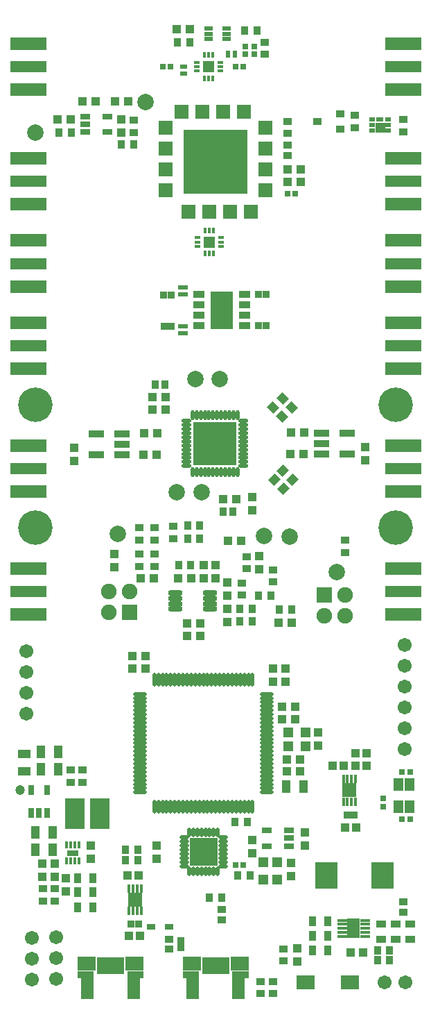
<source format=gts>
G04 Layer_Color=8388736*
%FSLAX44Y44*%
%MOMM*%
G71*
G01*
G75*
%ADD75R,2.7900X4.5700*%
%ADD104R,4.4032X1.5532*%
%ADD105R,4.4032X1.4732*%
%ADD106R,1.1032X1.1032*%
%ADD107R,1.1032X1.0032*%
%ADD108R,1.0032X1.1032*%
%ADD109R,0.8032X0.7532*%
%ADD110R,1.1532X1.5532*%
%ADD111R,0.7532X0.8032*%
%ADD112O,0.4532X1.1532*%
%ADD113O,1.1532X0.4532*%
%ADD114R,3.5032X3.5032*%
%ADD115R,0.9032X1.1032*%
%ADD116R,1.1532X1.2032*%
%ADD117R,2.7032X3.3032*%
%ADD118R,1.0832X0.9732*%
%ADD119R,1.1032X0.7032*%
%ADD120R,1.8032X1.6932*%
%ADD121R,0.4532X1.1032*%
%ADD122R,1.4032X0.8032*%
%ADD123R,0.4532X0.9532*%
%ADD124R,0.8032X1.2032*%
%ADD125C,1.2032*%
%ADD126R,1.1032X0.9032*%
%ADD127R,2.4532X3.8032*%
%ADD128R,1.3032X0.9032*%
%ADD129R,0.9032X1.3032*%
%ADD130R,0.8632X0.8232*%
%ADD131R,1.1032X1.6032*%
%ADD132R,1.2032X0.8032*%
%ADD133R,1.8532X0.9632*%
%ADD134R,0.8032X0.7032*%
%ADD135R,0.7032X0.8032*%
%ADD136R,0.8232X0.8632*%
G04:AMPARAMS|DCode=137|XSize=1.1032mm|YSize=1.0032mm|CornerRadius=0mm|HoleSize=0mm|Usage=FLASHONLY|Rotation=315.000|XOffset=0mm|YOffset=0mm|HoleType=Round|Shape=Rectangle|*
%AMROTATEDRECTD137*
4,1,4,-0.7447,0.0353,-0.0353,0.7447,0.7447,-0.0353,0.0353,-0.7447,-0.7447,0.0353,0.0*
%
%ADD137ROTATEDRECTD137*%

G04:AMPARAMS|DCode=138|XSize=1.1032mm|YSize=1.0032mm|CornerRadius=0mm|HoleSize=0mm|Usage=FLASHONLY|Rotation=225.000|XOffset=0mm|YOffset=0mm|HoleType=Round|Shape=Rectangle|*
%AMROTATEDRECTD138*
4,1,4,0.0353,0.7447,0.7447,0.0353,-0.0353,-0.7447,-0.7447,-0.0353,0.0353,0.7447,0.0*
%
%ADD138ROTATEDRECTD138*%

%ADD139R,0.9732X1.0832*%
%ADD140R,0.8632X0.5632*%
%ADD141R,0.5632X0.8632*%
%ADD142R,1.2232X0.5632*%
%ADD143R,0.9532X0.5032*%
%ADD144R,1.1532X1.1532*%
%ADD145R,0.6532X0.5032*%
%ADD146R,1.1032X0.8532*%
%ADD147O,1.8032X0.6532*%
%ADD148R,1.4532X1.4532*%
%ADD149R,0.7132X0.4532*%
%ADD150R,0.4532X0.7132*%
%ADD151R,1.1032X0.6032*%
%ADD152R,1.4532X1.4532*%
%ADD153O,1.2032X0.4532*%
%ADD154R,5.2832X5.2832*%
%ADD155O,0.4532X1.2032*%
%ADD156R,1.6432X2.3532*%
%ADD157R,1.1532X0.4532*%
%ADD158O,1.6532X0.5032*%
%ADD159O,0.5032X1.6532*%
%ADD160R,1.6032X1.1032*%
%ADD161R,2.2032X1.6532*%
%ADD162R,0.6532X2.0032*%
%ADD163R,1.5032X3.4532*%
%ADD164R,0.7532X0.9032*%
%ADD165R,2.2032X1.8032*%
%ADD166R,1.2032X1.1532*%
%ADD167R,1.4732X0.9632*%
%ADD168R,7.8232X7.8232*%
%ADD169R,1.7232X1.7232*%
%ADD170R,1.7232X1.7232*%
%ADD171C,1.7032*%
%ADD172C,2.0032*%
%ADD173R,1.9032X1.9032*%
%ADD174C,1.9032*%
%ADD175O,1.0032X1.5032*%
%ADD176O,1.0032X1.4032*%
%ADD177C,4.2032*%
D75*
X257000Y843000D02*
D03*
D104*
X479000Y471750D02*
D03*
Y527750D02*
D03*
X21000Y928000D02*
D03*
Y872000D02*
D03*
X479000Y1112000D02*
D03*
Y1168000D02*
D03*
X21000Y1028000D02*
D03*
Y972000D02*
D03*
X479000Y772000D02*
D03*
Y828000D02*
D03*
Y972000D02*
D03*
Y1028000D02*
D03*
X21000Y828000D02*
D03*
Y772000D02*
D03*
Y678000D02*
D03*
Y622000D02*
D03*
Y528000D02*
D03*
Y472000D02*
D03*
Y1168000D02*
D03*
Y1112000D02*
D03*
X479000Y872000D02*
D03*
Y928000D02*
D03*
Y622000D02*
D03*
Y678000D02*
D03*
D105*
Y499750D02*
D03*
X21000Y900000D02*
D03*
X479000Y1140000D02*
D03*
X21000Y1000000D02*
D03*
X479000Y800000D02*
D03*
Y1000000D02*
D03*
X21000Y800000D02*
D03*
Y650000D02*
D03*
Y500000D02*
D03*
Y1140000D02*
D03*
X479000Y900000D02*
D03*
Y650000D02*
D03*
D106*
X434250Y287500D02*
D03*
X420750D02*
D03*
X434250Y302500D02*
D03*
X420750D02*
D03*
X406750Y287500D02*
D03*
X393250D02*
D03*
X144250Y80000D02*
D03*
X157750D02*
D03*
X142250Y154000D02*
D03*
X155750D02*
D03*
X408250Y212500D02*
D03*
X421750D02*
D03*
D107*
X335000Y406000D02*
D03*
Y390000D02*
D03*
X320000Y390000D02*
D03*
Y406000D02*
D03*
X359000Y206000D02*
D03*
Y190000D02*
D03*
X295000Y181000D02*
D03*
Y197000D02*
D03*
X342000Y169000D02*
D03*
Y153000D02*
D03*
X97250Y190000D02*
D03*
Y174000D02*
D03*
X67250Y150000D02*
D03*
Y134000D02*
D03*
X38250Y168000D02*
D03*
Y152000D02*
D03*
X135000Y1059500D02*
D03*
Y1075500D02*
D03*
X264500Y495150D02*
D03*
Y511150D02*
D03*
X303000Y527000D02*
D03*
Y543000D02*
D03*
X264500Y478650D02*
D03*
Y462650D02*
D03*
X249500Y532150D02*
D03*
Y516150D02*
D03*
X235000Y532000D02*
D03*
Y516000D02*
D03*
X126000Y530000D02*
D03*
Y546000D02*
D03*
X77000Y659000D02*
D03*
Y675000D02*
D03*
X433000Y660000D02*
D03*
Y676000D02*
D03*
X295000Y615000D02*
D03*
Y599000D02*
D03*
X53250Y152000D02*
D03*
Y168000D02*
D03*
X350000Y65000D02*
D03*
Y49000D02*
D03*
X375000Y312000D02*
D03*
Y328000D02*
D03*
X178000Y174000D02*
D03*
Y190000D02*
D03*
D108*
X347000Y359000D02*
D03*
X331000D02*
D03*
X331000Y344000D02*
D03*
X347000D02*
D03*
X430500Y60000D02*
D03*
X414500D02*
D03*
X73000Y1076000D02*
D03*
X57000D02*
D03*
X215000Y461000D02*
D03*
X231000D02*
D03*
X265000Y562000D02*
D03*
X281000D02*
D03*
X215000Y446000D02*
D03*
X231000D02*
D03*
X343000Y462000D02*
D03*
X327000D02*
D03*
X204000Y515650D02*
D03*
X220000D02*
D03*
X174000Y516000D02*
D03*
X158000D02*
D03*
X354000Y1014890D02*
D03*
X338000D02*
D03*
X354000Y999890D02*
D03*
X338000D02*
D03*
X202000Y1186000D02*
D03*
X218000D02*
D03*
X127000Y1097500D02*
D03*
X143000D02*
D03*
X103000Y1097500D02*
D03*
X87000D02*
D03*
X162850Y692700D02*
D03*
X178850D02*
D03*
X161850Y666700D02*
D03*
X177850D02*
D03*
X357850Y693700D02*
D03*
X341850D02*
D03*
X356850Y667700D02*
D03*
X340850D02*
D03*
X172525Y737025D02*
D03*
X188525D02*
D03*
X172525Y722025D02*
D03*
X188525D02*
D03*
X258850Y612700D02*
D03*
X274850D02*
D03*
X337000Y295000D02*
D03*
X353000D02*
D03*
X353000Y281000D02*
D03*
X337000D02*
D03*
X148000Y406000D02*
D03*
X164000D02*
D03*
X148000Y421000D02*
D03*
X164000D02*
D03*
D109*
X477750Y280000D02*
D03*
X487250D02*
D03*
X477750Y222500D02*
D03*
X487250D02*
D03*
X274250Y166000D02*
D03*
X283750D02*
D03*
D110*
X472925Y264500D02*
D03*
X487075D02*
D03*
X472925Y237500D02*
D03*
X487075D02*
D03*
D111*
X455000Y247250D02*
D03*
Y237750D02*
D03*
D112*
X252500Y206250D02*
D03*
X247500D02*
D03*
X242500D02*
D03*
X237500D02*
D03*
X232500D02*
D03*
X227500D02*
D03*
X222500D02*
D03*
X217500D02*
D03*
Y158750D02*
D03*
X222500D02*
D03*
X227500D02*
D03*
X232500D02*
D03*
X237500D02*
D03*
X242500D02*
D03*
X247500D02*
D03*
X252500D02*
D03*
D113*
X211250Y200000D02*
D03*
Y195000D02*
D03*
Y190000D02*
D03*
Y185000D02*
D03*
Y180000D02*
D03*
Y175000D02*
D03*
Y170000D02*
D03*
Y165000D02*
D03*
X258750D02*
D03*
Y170000D02*
D03*
Y175000D02*
D03*
Y180000D02*
D03*
Y185000D02*
D03*
Y190000D02*
D03*
Y195000D02*
D03*
Y200000D02*
D03*
D114*
X235000Y182500D02*
D03*
D115*
X273500Y219000D02*
D03*
X288500D02*
D03*
X277000Y154000D02*
D03*
X292000D02*
D03*
X140000Y185000D02*
D03*
X155000D02*
D03*
X155000Y172500D02*
D03*
X140000D02*
D03*
X242500Y127000D02*
D03*
X257500D02*
D03*
X447500Y62500D02*
D03*
X462500D02*
D03*
X462500Y50000D02*
D03*
X447500D02*
D03*
X135000Y1045000D02*
D03*
X150000D02*
D03*
X73500Y1060000D02*
D03*
X58500D02*
D03*
X317500Y495000D02*
D03*
X302500D02*
D03*
X327500Y478000D02*
D03*
X342500D02*
D03*
X279500Y479000D02*
D03*
X294500D02*
D03*
X279500Y463150D02*
D03*
X294500D02*
D03*
X230500Y564000D02*
D03*
X215500D02*
D03*
X230500Y580000D02*
D03*
X215500D02*
D03*
X204500Y532000D02*
D03*
X219500D02*
D03*
X285500Y1184000D02*
D03*
X300500D02*
D03*
X203500Y1170000D02*
D03*
X218500D02*
D03*
D116*
X308500Y169500D02*
D03*
X325500D02*
D03*
X308500Y148500D02*
D03*
X325500D02*
D03*
D117*
X453500Y154000D02*
D03*
X385500D02*
D03*
D118*
X257000Y112150D02*
D03*
Y99850D02*
D03*
X479500Y121150D02*
D03*
Y108850D02*
D03*
X338000Y1031850D02*
D03*
Y1044150D02*
D03*
X193000Y63850D02*
D03*
Y76150D02*
D03*
D119*
X170750Y91000D02*
D03*
X193250D02*
D03*
D120*
X413500Y257500D02*
D03*
X151500Y124050D02*
D03*
D121*
X406000Y243550D02*
D03*
X411000D02*
D03*
X416000D02*
D03*
X421000D02*
D03*
X406000Y271450D02*
D03*
X411000D02*
D03*
X416000D02*
D03*
X421000D02*
D03*
X159000Y138000D02*
D03*
X154000D02*
D03*
X149000D02*
D03*
X144000D02*
D03*
X159000Y110100D02*
D03*
X154000D02*
D03*
X149000D02*
D03*
X144000D02*
D03*
D122*
X75250Y181000D02*
D03*
D123*
X82750Y190650D02*
D03*
X77750D02*
D03*
X72750D02*
D03*
X67750D02*
D03*
X82750Y171350D02*
D03*
X77750D02*
D03*
X72750D02*
D03*
X67750D02*
D03*
D124*
X24750Y257750D02*
D03*
X43750D02*
D03*
Y230250D02*
D03*
X34250D02*
D03*
X24750D02*
D03*
D125*
X11000Y258000D02*
D03*
D126*
X73000Y267500D02*
D03*
Y282500D02*
D03*
X39000Y122500D02*
D03*
Y137500D02*
D03*
X338000Y1073500D02*
D03*
Y1058500D02*
D03*
X310000Y1170000D02*
D03*
Y1155000D02*
D03*
X150000Y1075000D02*
D03*
Y1060000D02*
D03*
X288000Y542500D02*
D03*
Y527500D02*
D03*
X320000Y526500D02*
D03*
Y511500D02*
D03*
X282000Y495500D02*
D03*
Y510500D02*
D03*
X408000Y547500D02*
D03*
Y562500D02*
D03*
X198000Y564500D02*
D03*
Y579500D02*
D03*
X175000Y562500D02*
D03*
Y577500D02*
D03*
Y530500D02*
D03*
Y545500D02*
D03*
X157000Y562500D02*
D03*
Y577500D02*
D03*
Y530500D02*
D03*
Y545500D02*
D03*
X420000Y1065750D02*
D03*
Y1080750D02*
D03*
X479000Y1075500D02*
D03*
Y1060500D02*
D03*
X53000Y122500D02*
D03*
Y137500D02*
D03*
X87000Y282500D02*
D03*
Y267500D02*
D03*
X320000Y24500D02*
D03*
Y9500D02*
D03*
X305000Y9500D02*
D03*
Y24500D02*
D03*
X332689Y49174D02*
D03*
Y64174D02*
D03*
D127*
X77750Y229000D02*
D03*
X108250D02*
D03*
D128*
X470000Y75750D02*
D03*
Y94250D02*
D03*
X487500D02*
D03*
Y75750D02*
D03*
X452500D02*
D03*
Y94250D02*
D03*
D129*
X386750Y97500D02*
D03*
X368250D02*
D03*
Y62500D02*
D03*
X386750D02*
D03*
X81000Y150000D02*
D03*
X99500D02*
D03*
X81000Y115000D02*
D03*
X99500D02*
D03*
X368250Y80000D02*
D03*
X386750D02*
D03*
X99500Y133000D02*
D03*
X81000D02*
D03*
D130*
X419400Y227500D02*
D03*
X410600D02*
D03*
X146600Y94000D02*
D03*
X155400D02*
D03*
X311400Y824000D02*
D03*
X302600D02*
D03*
X195500Y823350D02*
D03*
X186700D02*
D03*
X311400Y862000D02*
D03*
X302600D02*
D03*
X195400Y861850D02*
D03*
X186600D02*
D03*
D131*
X57500Y283000D02*
D03*
X36500D02*
D03*
X57500Y304000D02*
D03*
X36500D02*
D03*
X50500Y206000D02*
D03*
X29500D02*
D03*
X50500Y185000D02*
D03*
X29500D02*
D03*
X357500Y262000D02*
D03*
X336500D02*
D03*
D132*
X90500Y1079500D02*
D03*
Y1070000D02*
D03*
Y1060500D02*
D03*
X117500D02*
D03*
Y1079500D02*
D03*
X339750Y189500D02*
D03*
Y199000D02*
D03*
Y208500D02*
D03*
X312250D02*
D03*
Y189500D02*
D03*
D133*
X378950Y693400D02*
D03*
Y680700D02*
D03*
Y668000D02*
D03*
X410750D02*
D03*
Y693400D02*
D03*
X103950Y667000D02*
D03*
Y692400D02*
D03*
X135750D02*
D03*
Y679700D02*
D03*
Y667000D02*
D03*
D134*
X347500Y985000D02*
D03*
X337500D02*
D03*
X185000Y1140000D02*
D03*
X195000D02*
D03*
X284000D02*
D03*
X274000D02*
D03*
D135*
X286000Y1165000D02*
D03*
Y1155000D02*
D03*
X297500Y1165000D02*
D03*
Y1155000D02*
D03*
D136*
X207500Y74400D02*
D03*
Y65600D02*
D03*
D137*
X331657Y735657D02*
D03*
X320343Y724343D02*
D03*
X342507Y724357D02*
D03*
X331193Y713043D02*
D03*
D138*
X343507Y636043D02*
D03*
X332193Y647357D02*
D03*
X332657Y625343D02*
D03*
X321343Y636657D02*
D03*
D139*
X175850Y752000D02*
D03*
X188150D02*
D03*
X271150Y597000D02*
D03*
X258850D02*
D03*
D140*
X211000Y1140000D02*
D03*
Y1131800D02*
D03*
D141*
X273100Y1155000D02*
D03*
X264900D02*
D03*
D142*
X210100Y823450D02*
D03*
Y815250D02*
D03*
Y862250D02*
D03*
Y870450D02*
D03*
D143*
X450050Y1075500D02*
D03*
D144*
X451000Y1065750D02*
D03*
D145*
X441250Y1062500D02*
D03*
Y1069000D02*
D03*
Y1075500D02*
D03*
X460750D02*
D03*
Y1069000D02*
D03*
Y1062500D02*
D03*
D146*
X374000Y1073250D02*
D03*
X402000Y1082750D02*
D03*
Y1063750D02*
D03*
D147*
X200750Y497900D02*
D03*
Y491400D02*
D03*
Y484900D02*
D03*
Y478400D02*
D03*
X243250Y497900D02*
D03*
Y491400D02*
D03*
Y484900D02*
D03*
Y478400D02*
D03*
D148*
X242250Y926250D02*
D03*
D149*
X256500Y931350D02*
D03*
Y926250D02*
D03*
Y921150D02*
D03*
X228000D02*
D03*
Y926250D02*
D03*
Y931350D02*
D03*
X255250Y1145100D02*
D03*
Y1140000D02*
D03*
Y1134900D02*
D03*
X226750D02*
D03*
Y1140000D02*
D03*
Y1145100D02*
D03*
D150*
X247350Y912000D02*
D03*
X242250D02*
D03*
X237150D02*
D03*
Y940500D02*
D03*
X242250D02*
D03*
X247350D02*
D03*
X235900Y1154250D02*
D03*
X241000D02*
D03*
X246100D02*
D03*
Y1125750D02*
D03*
X241000D02*
D03*
X235900D02*
D03*
D151*
X263500Y1173500D02*
D03*
Y1180000D02*
D03*
Y1186500D02*
D03*
X241500Y1173500D02*
D03*
Y1180000D02*
D03*
Y1186500D02*
D03*
D152*
X241000Y1140000D02*
D03*
D153*
X283925Y663025D02*
D03*
Y668025D02*
D03*
Y678025D02*
D03*
Y683025D02*
D03*
Y708025D02*
D03*
Y703025D02*
D03*
Y698025D02*
D03*
Y693025D02*
D03*
Y688025D02*
D03*
Y673025D02*
D03*
Y658025D02*
D03*
Y653025D02*
D03*
X214425D02*
D03*
Y658025D02*
D03*
Y663025D02*
D03*
Y668025D02*
D03*
Y673025D02*
D03*
Y678025D02*
D03*
Y683025D02*
D03*
Y688025D02*
D03*
Y693025D02*
D03*
Y698025D02*
D03*
Y703025D02*
D03*
Y708025D02*
D03*
D154*
X249175Y680525D02*
D03*
D155*
X221675Y715275D02*
D03*
X226675D02*
D03*
X231675D02*
D03*
X236675D02*
D03*
X241675D02*
D03*
X246675D02*
D03*
X251675D02*
D03*
X256675D02*
D03*
X261675D02*
D03*
X266675D02*
D03*
X271675D02*
D03*
X276675D02*
D03*
Y645775D02*
D03*
X271675D02*
D03*
X266675D02*
D03*
X261675D02*
D03*
X256675D02*
D03*
X251675D02*
D03*
X246675D02*
D03*
X241675D02*
D03*
X236675D02*
D03*
X231675D02*
D03*
X226675D02*
D03*
X221675D02*
D03*
D156*
X418500Y89000D02*
D03*
D157*
X432450Y79000D02*
D03*
Y84000D02*
D03*
Y89000D02*
D03*
Y94000D02*
D03*
Y99000D02*
D03*
X404550Y79000D02*
D03*
Y84000D02*
D03*
Y89000D02*
D03*
Y94000D02*
D03*
Y99000D02*
D03*
D158*
X312250Y255000D02*
D03*
Y260000D02*
D03*
Y265000D02*
D03*
Y270000D02*
D03*
Y275000D02*
D03*
Y280000D02*
D03*
Y285000D02*
D03*
Y290000D02*
D03*
Y295000D02*
D03*
Y300000D02*
D03*
Y305000D02*
D03*
Y310000D02*
D03*
Y315000D02*
D03*
Y320000D02*
D03*
Y325000D02*
D03*
Y330000D02*
D03*
Y335000D02*
D03*
Y340000D02*
D03*
Y345000D02*
D03*
Y350000D02*
D03*
Y355000D02*
D03*
Y360000D02*
D03*
Y365000D02*
D03*
Y370000D02*
D03*
Y375000D02*
D03*
X157750D02*
D03*
Y370000D02*
D03*
Y365000D02*
D03*
Y360000D02*
D03*
Y355000D02*
D03*
Y350000D02*
D03*
Y345000D02*
D03*
Y340000D02*
D03*
Y335000D02*
D03*
Y330000D02*
D03*
Y325000D02*
D03*
Y320000D02*
D03*
Y315000D02*
D03*
Y310000D02*
D03*
Y305000D02*
D03*
Y300000D02*
D03*
Y295000D02*
D03*
Y290000D02*
D03*
Y285000D02*
D03*
Y280000D02*
D03*
Y275000D02*
D03*
Y270000D02*
D03*
Y265000D02*
D03*
Y260000D02*
D03*
Y255000D02*
D03*
D159*
X295000Y392250D02*
D03*
X290000D02*
D03*
X285000D02*
D03*
X280000D02*
D03*
X275000D02*
D03*
X270000D02*
D03*
X265000D02*
D03*
X260000D02*
D03*
X255000D02*
D03*
X250000D02*
D03*
X245000D02*
D03*
X240000D02*
D03*
X235000D02*
D03*
X230000D02*
D03*
X225000D02*
D03*
X220000D02*
D03*
X215000D02*
D03*
X210000D02*
D03*
X205000D02*
D03*
X200000D02*
D03*
X195000D02*
D03*
X190000D02*
D03*
X185000D02*
D03*
X180000D02*
D03*
X175000D02*
D03*
Y237750D02*
D03*
X180000D02*
D03*
X185000D02*
D03*
X190000D02*
D03*
X195000D02*
D03*
X200000D02*
D03*
X205000D02*
D03*
X210000D02*
D03*
X215000D02*
D03*
X220000D02*
D03*
X225000D02*
D03*
X230000D02*
D03*
X235000D02*
D03*
X240000D02*
D03*
X245000D02*
D03*
X250000D02*
D03*
X255000D02*
D03*
X260000D02*
D03*
X265000D02*
D03*
X270000D02*
D03*
X275000D02*
D03*
X280000D02*
D03*
X285000D02*
D03*
X290000D02*
D03*
X295000D02*
D03*
D160*
X16000Y280500D02*
D03*
Y301500D02*
D03*
D161*
X279000Y46000D02*
D03*
X221000D02*
D03*
X150500D02*
D03*
X92500D02*
D03*
D162*
X237000Y44000D02*
D03*
X243500D02*
D03*
X250000D02*
D03*
X256500D02*
D03*
X263000D02*
D03*
X108500D02*
D03*
X115000D02*
D03*
X121500D02*
D03*
X128000D02*
D03*
X134500D02*
D03*
D163*
X278000Y19500D02*
D03*
X222000D02*
D03*
X149500D02*
D03*
X93500D02*
D03*
D164*
X287000Y32250D02*
D03*
X213000D02*
D03*
X158500D02*
D03*
X84500D02*
D03*
D165*
X414000Y23000D02*
D03*
X360000D02*
D03*
D166*
X338500Y311500D02*
D03*
Y328500D02*
D03*
X359500Y311500D02*
D03*
Y328500D02*
D03*
D167*
X229100Y862050D02*
D03*
Y849350D02*
D03*
Y836650D02*
D03*
Y823950D02*
D03*
X284900Y862050D02*
D03*
Y849350D02*
D03*
Y836650D02*
D03*
Y823950D02*
D03*
D168*
X250000Y1024000D02*
D03*
D169*
X189000Y989710D02*
D03*
Y1015110D02*
D03*
Y1040510D02*
D03*
Y1065910D02*
D03*
X311000D02*
D03*
Y1040510D02*
D03*
Y1015110D02*
D03*
Y989710D02*
D03*
D170*
X208090Y1084960D02*
D03*
X233490D02*
D03*
X258890D02*
D03*
X284290D02*
D03*
X293180Y963040D02*
D03*
X267780D02*
D03*
X242380D02*
D03*
X216980D02*
D03*
D171*
X481500Y23000D02*
D03*
X456100D02*
D03*
X25000Y77900D02*
D03*
Y52500D02*
D03*
Y27100D02*
D03*
X19000Y427400D02*
D03*
Y402000D02*
D03*
Y376600D02*
D03*
Y351200D02*
D03*
X55000Y78150D02*
D03*
Y52750D02*
D03*
Y27350D02*
D03*
X481000Y307800D02*
D03*
Y333200D02*
D03*
Y358600D02*
D03*
Y434800D02*
D03*
Y409400D02*
D03*
Y384000D02*
D03*
D172*
X164500Y1096500D02*
D03*
X30000Y1060000D02*
D03*
X340000Y567000D02*
D03*
X398000Y524000D02*
D03*
X309000Y568000D02*
D03*
X130000Y570000D02*
D03*
X225000Y759000D02*
D03*
X255000D02*
D03*
X202000Y621000D02*
D03*
X233000D02*
D03*
D173*
X382300Y495700D02*
D03*
X144700Y474300D02*
D03*
D174*
X382300Y470300D02*
D03*
X407700D02*
D03*
Y495700D02*
D03*
X144700Y499700D02*
D03*
X119300D02*
D03*
Y474300D02*
D03*
D175*
X278100Y15700D02*
D03*
X222000D02*
D03*
X149600D02*
D03*
X93500D02*
D03*
D176*
X225800Y46000D02*
D03*
X274300D02*
D03*
X97300D02*
D03*
X145800D02*
D03*
D177*
X30000Y728000D02*
D03*
Y578000D02*
D03*
X470000D02*
D03*
Y728000D02*
D03*
M02*

</source>
